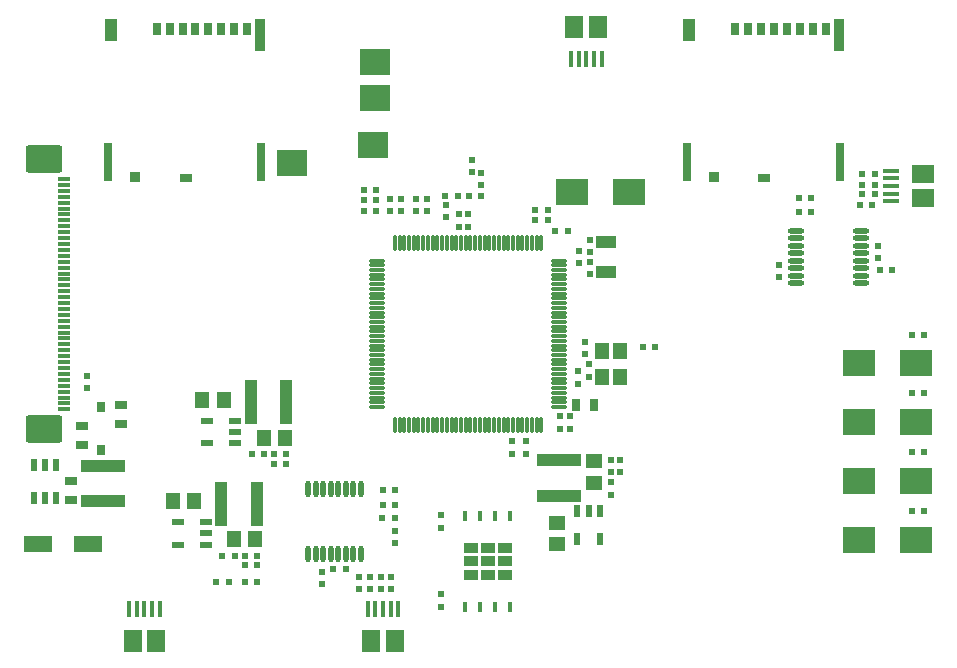
<source format=gtp>
G04 Layer_Color=8421504*
%FSLAX44Y44*%
%MOMM*%
G71*
G01*
G75*
%ADD11R,1.1000X3.7000*%
%ADD13R,1.4500X1.2000*%
%ADD14R,0.6000X1.1000*%
%ADD15R,0.5500X0.6000*%
%ADD16R,0.7000X1.1000*%
%ADD17R,0.8600X2.8000*%
%ADD18R,1.1400X1.8300*%
%ADD19R,1.0500X0.7800*%
%ADD20R,0.9000X0.9300*%
%ADD21R,0.7000X3.3300*%
%ADD22R,0.6000X0.5500*%
G04:AMPARAMS|DCode=23|XSize=0.3mm|YSize=1.1mm|CornerRadius=0.075mm|HoleSize=0mm|Usage=FLASHONLY|Rotation=270.000|XOffset=0mm|YOffset=0mm|HoleType=Round|Shape=RoundedRectangle|*
%AMROUNDEDRECTD23*
21,1,0.3000,0.9500,0,0,270.0*
21,1,0.1500,1.1000,0,0,270.0*
1,1,0.1500,-0.4750,-0.0750*
1,1,0.1500,-0.4750,0.0750*
1,1,0.1500,0.4750,0.0750*
1,1,0.1500,0.4750,-0.0750*
%
%ADD23ROUNDEDRECTD23*%
G04:AMPARAMS|DCode=24|XSize=2.3mm|YSize=3.1mm|CornerRadius=0.23mm|HoleSize=0mm|Usage=FLASHONLY|Rotation=270.000|XOffset=0mm|YOffset=0mm|HoleType=Round|Shape=RoundedRectangle|*
%AMROUNDEDRECTD24*
21,1,2.3000,2.6400,0,0,270.0*
21,1,1.8400,3.1000,0,0,270.0*
1,1,0.4600,-1.3200,-0.9200*
1,1,0.4600,-1.3200,0.9200*
1,1,0.4600,1.3200,0.9200*
1,1,0.4600,1.3200,-0.9200*
%
%ADD24ROUNDEDRECTD24*%
%ADD25R,0.8000X0.9500*%
%ADD26R,3.7000X1.1000*%
%ADD27R,0.6000X1.0500*%
%ADD28R,1.0000X0.6500*%
%ADD29O,1.4500X0.4500*%
%ADD30O,0.4500X1.4500*%
%ADD31R,0.4000X0.9500*%
%ADD33R,1.8000X1.0000*%
%ADD34R,1.1500X1.4000*%
%ADD36O,0.3000X1.4500*%
%ADD37O,1.4500X0.3000*%
%ADD38R,0.6500X1.0000*%
%ADD39R,2.4500X1.4000*%
%ADD40R,0.4000X1.3500*%
%ADD41R,1.5000X1.9000*%
%ADD42R,2.5000X2.2000*%
%ADD43R,2.8000X2.2000*%
%ADD44R,1.3500X0.4000*%
%ADD45R,1.9000X1.5000*%
%ADD46R,1.1000X0.6000*%
%ADD47R,1.2000X1.4500*%
%ADD67R,1.2300X0.9300*%
D11*
X3046000Y2867000D02*
D03*
X3016000D02*
D03*
X3021000Y2781000D02*
D03*
X2991000D02*
D03*
D13*
X3275000Y2747000D02*
D03*
Y2765000D02*
D03*
X3307000Y2817000D02*
D03*
Y2799000D02*
D03*
D14*
X3311500Y2751000D02*
D03*
X3292500D02*
D03*
Y2775000D02*
D03*
X3302000D02*
D03*
X3311500D02*
D03*
D15*
X3321000Y2799250D02*
D03*
Y2788750D02*
D03*
X2877000Y2889250D02*
D03*
Y2878750D02*
D03*
X3547000Y2999250D02*
D03*
Y2988750D02*
D03*
X3463000Y2983250D02*
D03*
Y2972750D02*
D03*
X3076000Y2712750D02*
D03*
Y2723250D02*
D03*
X3138000Y2758250D02*
D03*
Y2747750D02*
D03*
X3117000Y2719250D02*
D03*
Y2708750D02*
D03*
X3126000Y2719250D02*
D03*
Y2708750D02*
D03*
X3135000Y2719250D02*
D03*
Y2708750D02*
D03*
X3108000Y2719250D02*
D03*
Y2708750D02*
D03*
X3177000Y2760750D02*
D03*
Y2771250D02*
D03*
Y2704500D02*
D03*
Y2694000D02*
D03*
X3249000Y2823500D02*
D03*
Y2834000D02*
D03*
X3294000Y2984750D02*
D03*
Y2995250D02*
D03*
X3293000Y2882750D02*
D03*
Y2893250D02*
D03*
X3303000Y2986000D02*
D03*
Y2975500D02*
D03*
Y2994000D02*
D03*
Y3004500D02*
D03*
X3302000Y2888500D02*
D03*
Y2899000D02*
D03*
X3299000Y2918250D02*
D03*
Y2907750D02*
D03*
X3286000Y2844750D02*
D03*
Y2855250D02*
D03*
X3278000Y2844750D02*
D03*
Y2855250D02*
D03*
X3237000Y2823500D02*
D03*
Y2834000D02*
D03*
X3203000Y3061750D02*
D03*
Y3072250D02*
D03*
X3200000Y3026250D02*
D03*
Y3015750D02*
D03*
X3192000Y3026250D02*
D03*
Y3015750D02*
D03*
X3165000Y3028750D02*
D03*
Y3039250D02*
D03*
X3211000Y3061250D02*
D03*
Y3050750D02*
D03*
X3143000Y3028750D02*
D03*
Y3039250D02*
D03*
X3134000Y3028750D02*
D03*
Y3039250D02*
D03*
X3181000Y3023500D02*
D03*
Y3034000D02*
D03*
X3156000Y3028750D02*
D03*
Y3039250D02*
D03*
X3329000Y2807750D02*
D03*
Y2818250D02*
D03*
X3321000D02*
D03*
Y2807750D02*
D03*
D16*
X3013200Y3182700D02*
D03*
X3002200D02*
D03*
X2991200D02*
D03*
X2980200D02*
D03*
X2969200D02*
D03*
X2958200D02*
D03*
X2947200D02*
D03*
X2936200D02*
D03*
X3503200D02*
D03*
X3492200D02*
D03*
X3481200D02*
D03*
X3470200D02*
D03*
X3459200D02*
D03*
X3448200D02*
D03*
X3437200D02*
D03*
X3426200D02*
D03*
D17*
X3024000Y3177700D02*
D03*
X3514000D02*
D03*
D18*
X2897400Y3182550D02*
D03*
X3387400D02*
D03*
D19*
X2960950Y3057300D02*
D03*
X3450950D02*
D03*
D20*
X2918300Y3058050D02*
D03*
X3408300D02*
D03*
D21*
X2895200Y3070050D02*
D03*
X3024800D02*
D03*
X3385200D02*
D03*
X3514800D02*
D03*
D22*
X3191250Y3042000D02*
D03*
X3200750D02*
D03*
X3559250Y2979000D02*
D03*
X3548750D02*
D03*
X3479750Y3028000D02*
D03*
X3490250D02*
D03*
X3479750Y3040000D02*
D03*
X3490250D02*
D03*
X3544250Y3043000D02*
D03*
Y3051000D02*
D03*
X3533750Y3060000D02*
D03*
X3544250D02*
D03*
X3531750Y3034000D02*
D03*
X3542250D02*
D03*
X3096250Y2726000D02*
D03*
X3085750D02*
D03*
X3127500Y2769000D02*
D03*
X3138000D02*
D03*
X3127750Y2780000D02*
D03*
X3138250D02*
D03*
Y2793000D02*
D03*
X3127750D02*
D03*
X3267500Y3021000D02*
D03*
X3257000D02*
D03*
X3267500Y3030000D02*
D03*
X3257000D02*
D03*
X3273750Y3012000D02*
D03*
X3284250D02*
D03*
X3122250Y3038000D02*
D03*
X3111750D02*
D03*
X3586250Y2924000D02*
D03*
X3575750D02*
D03*
X3586250Y2875000D02*
D03*
X3575750D02*
D03*
X3586250Y2825000D02*
D03*
X3575750D02*
D03*
X3586250Y2775000D02*
D03*
X3575750D02*
D03*
X3211250Y3042000D02*
D03*
X3122250Y3047000D02*
D03*
X3111750D02*
D03*
X3122250Y3029000D02*
D03*
X3111750D02*
D03*
X3180750Y3042000D02*
D03*
X3533750Y3051000D02*
D03*
Y3043000D02*
D03*
X3347750Y2914000D02*
D03*
X3358250D02*
D03*
X3021250Y2715000D02*
D03*
X3010750D02*
D03*
X2997250D02*
D03*
X2986750D02*
D03*
X3010750Y2729000D02*
D03*
X3021250D02*
D03*
Y2737000D02*
D03*
X3010750D02*
D03*
X3002250D02*
D03*
X2991750D02*
D03*
X3035750Y2815000D02*
D03*
X3046250D02*
D03*
Y2823000D02*
D03*
X3035750D02*
D03*
X3027250D02*
D03*
X3016750D02*
D03*
D23*
X2858000Y3056000D02*
D03*
Y3051000D02*
D03*
Y3046000D02*
D03*
Y3041000D02*
D03*
Y3036000D02*
D03*
Y3031000D02*
D03*
Y3026000D02*
D03*
Y3021000D02*
D03*
Y3016000D02*
D03*
Y3011000D02*
D03*
Y3006000D02*
D03*
Y3001000D02*
D03*
Y2996000D02*
D03*
Y2991000D02*
D03*
Y2986000D02*
D03*
Y2981000D02*
D03*
Y2976000D02*
D03*
Y2971000D02*
D03*
Y2966000D02*
D03*
Y2961000D02*
D03*
Y2956000D02*
D03*
Y2951000D02*
D03*
Y2946000D02*
D03*
Y2941000D02*
D03*
Y2936000D02*
D03*
Y2931000D02*
D03*
Y2926000D02*
D03*
Y2921000D02*
D03*
Y2916000D02*
D03*
Y2911000D02*
D03*
Y2906000D02*
D03*
Y2901000D02*
D03*
Y2896000D02*
D03*
Y2891000D02*
D03*
Y2886000D02*
D03*
Y2881000D02*
D03*
Y2876000D02*
D03*
Y2871000D02*
D03*
Y2866000D02*
D03*
Y2861000D02*
D03*
D24*
X2841000Y2844300D02*
D03*
Y3072700D02*
D03*
D25*
X2889000Y2827000D02*
D03*
Y2863000D02*
D03*
D26*
X2891000Y2813000D02*
D03*
Y2783000D02*
D03*
X3277000Y2818000D02*
D03*
Y2788000D02*
D03*
D27*
X2851500Y2813750D02*
D03*
X2842000D02*
D03*
X2832500D02*
D03*
Y2786250D02*
D03*
X2842000D02*
D03*
X2851500D02*
D03*
D28*
X2864000Y2784000D02*
D03*
Y2800000D02*
D03*
X2873000Y2831000D02*
D03*
Y2847000D02*
D03*
X2906000Y2865000D02*
D03*
Y2849000D02*
D03*
D29*
X3532250Y2967775D02*
D03*
Y2974125D02*
D03*
Y2980475D02*
D03*
Y2986825D02*
D03*
Y2993175D02*
D03*
Y2999525D02*
D03*
Y3005875D02*
D03*
Y3012225D02*
D03*
X3477750Y2967775D02*
D03*
Y2974125D02*
D03*
Y2980475D02*
D03*
Y2986825D02*
D03*
Y2993175D02*
D03*
Y2999525D02*
D03*
Y3005875D02*
D03*
Y3012225D02*
D03*
D30*
X3064775Y2738750D02*
D03*
X3071125D02*
D03*
X3077475D02*
D03*
X3083825D02*
D03*
X3090175D02*
D03*
X3096525D02*
D03*
X3102875D02*
D03*
X3109225D02*
D03*
X3064775Y2793250D02*
D03*
X3071125D02*
D03*
X3077475D02*
D03*
X3083825D02*
D03*
X3090175D02*
D03*
X3096525D02*
D03*
X3102875D02*
D03*
X3109225D02*
D03*
D31*
X3197600Y2694000D02*
D03*
X3210300D02*
D03*
X3223000D02*
D03*
X3235700D02*
D03*
X3197600Y2770900D02*
D03*
X3210300D02*
D03*
X3223000D02*
D03*
X3235700D02*
D03*
D33*
X3317000Y3002750D02*
D03*
Y2977250D02*
D03*
D34*
X3313000Y2910000D02*
D03*
Y2888000D02*
D03*
X3329000D02*
D03*
Y2910000D02*
D03*
D36*
X3138000Y3002250D02*
D03*
X3142000D02*
D03*
X3146000D02*
D03*
X3150000D02*
D03*
X3154000D02*
D03*
X3158000D02*
D03*
X3162000D02*
D03*
X3166000D02*
D03*
X3170000D02*
D03*
X3174000D02*
D03*
X3178000D02*
D03*
X3182000D02*
D03*
X3186000D02*
D03*
X3190000D02*
D03*
X3194000D02*
D03*
X3198000D02*
D03*
X3202000D02*
D03*
X3206000D02*
D03*
X3210000D02*
D03*
X3214000D02*
D03*
X3218000D02*
D03*
X3222000D02*
D03*
X3226000D02*
D03*
X3230000D02*
D03*
X3234000D02*
D03*
X3238000D02*
D03*
X3242000D02*
D03*
X3246000D02*
D03*
X3250000D02*
D03*
X3254000D02*
D03*
X3258000D02*
D03*
X3262000D02*
D03*
Y2847750D02*
D03*
X3258000D02*
D03*
X3254000D02*
D03*
X3250000D02*
D03*
X3246000D02*
D03*
X3242000D02*
D03*
X3238000D02*
D03*
X3234000D02*
D03*
X3230000D02*
D03*
X3226000D02*
D03*
X3222000D02*
D03*
X3218000D02*
D03*
X3214000D02*
D03*
X3210000D02*
D03*
X3206000D02*
D03*
X3202000D02*
D03*
X3198000D02*
D03*
X3194000D02*
D03*
X3190000D02*
D03*
X3186000D02*
D03*
X3182000D02*
D03*
X3178000D02*
D03*
X3174000D02*
D03*
X3170000D02*
D03*
X3166000D02*
D03*
X3162000D02*
D03*
X3158000D02*
D03*
X3154000D02*
D03*
X3150000D02*
D03*
X3146000D02*
D03*
X3142000D02*
D03*
X3138000D02*
D03*
D37*
X3277250Y2987000D02*
D03*
Y2983000D02*
D03*
Y2979000D02*
D03*
Y2975000D02*
D03*
Y2963000D02*
D03*
Y2959000D02*
D03*
Y2955000D02*
D03*
Y2951000D02*
D03*
Y2947000D02*
D03*
Y2943000D02*
D03*
Y2939000D02*
D03*
Y2935000D02*
D03*
Y2931000D02*
D03*
Y2927000D02*
D03*
Y2923000D02*
D03*
Y2919000D02*
D03*
Y2915000D02*
D03*
Y2911000D02*
D03*
Y2907000D02*
D03*
Y2903000D02*
D03*
Y2899000D02*
D03*
Y2895000D02*
D03*
Y2891000D02*
D03*
Y2887000D02*
D03*
Y2883000D02*
D03*
Y2879000D02*
D03*
Y2875000D02*
D03*
Y2871000D02*
D03*
Y2867000D02*
D03*
Y2863000D02*
D03*
X3122750D02*
D03*
Y2867000D02*
D03*
Y2871000D02*
D03*
Y2875000D02*
D03*
Y2879000D02*
D03*
Y2883000D02*
D03*
Y2887000D02*
D03*
Y2891000D02*
D03*
Y2895000D02*
D03*
Y2899000D02*
D03*
Y2903000D02*
D03*
Y2907000D02*
D03*
Y2911000D02*
D03*
Y2915000D02*
D03*
Y2919000D02*
D03*
Y2923000D02*
D03*
Y2927000D02*
D03*
Y2931000D02*
D03*
Y2935000D02*
D03*
Y2939000D02*
D03*
Y2943000D02*
D03*
Y2947000D02*
D03*
Y2951000D02*
D03*
Y2955000D02*
D03*
Y2959000D02*
D03*
Y2963000D02*
D03*
Y2967000D02*
D03*
Y2971000D02*
D03*
Y2975000D02*
D03*
Y2979000D02*
D03*
Y2983000D02*
D03*
Y2987000D02*
D03*
X3277250Y2971000D02*
D03*
Y2967000D02*
D03*
D38*
X3291000Y2865000D02*
D03*
X3307000D02*
D03*
D39*
X2878000Y2747000D02*
D03*
X2836000D02*
D03*
D40*
X2913000Y2692000D02*
D03*
X2919500D02*
D03*
X2926000D02*
D03*
X2932500D02*
D03*
X2939000D02*
D03*
X3313000Y3158000D02*
D03*
X3306500D02*
D03*
X3300000D02*
D03*
X3293500D02*
D03*
X3287000D02*
D03*
X3115000Y2692000D02*
D03*
X3121500D02*
D03*
X3128000D02*
D03*
X3134500D02*
D03*
X3141000D02*
D03*
D41*
X2936000Y2665000D02*
D03*
X2916000D02*
D03*
X3290000Y3185000D02*
D03*
X3310000D02*
D03*
X3138000Y2665000D02*
D03*
X3118000D02*
D03*
D42*
X3050500Y3070000D02*
D03*
X3121500Y3155000D02*
D03*
Y3125000D02*
D03*
X3119500Y3085000D02*
D03*
D43*
X3579000Y2900000D02*
D03*
X3531000D02*
D03*
X3579000Y2850000D02*
D03*
X3531000D02*
D03*
X3579000Y2800000D02*
D03*
X3531000D02*
D03*
X3579000Y2750000D02*
D03*
X3531000D02*
D03*
X3288000Y3045000D02*
D03*
X3336000D02*
D03*
D44*
X3558000Y3037000D02*
D03*
Y3043500D02*
D03*
Y3050000D02*
D03*
Y3056500D02*
D03*
Y3063000D02*
D03*
D45*
X3585000Y3060000D02*
D03*
Y3040000D02*
D03*
D46*
X2954000Y2746500D02*
D03*
Y2765500D02*
D03*
X2978000D02*
D03*
Y2756000D02*
D03*
Y2746500D02*
D03*
X2979000Y2832500D02*
D03*
Y2851500D02*
D03*
X3003000D02*
D03*
Y2842000D02*
D03*
Y2832500D02*
D03*
D47*
X2950000Y2783000D02*
D03*
X2968000D02*
D03*
X3045000Y2837000D02*
D03*
X3027000D02*
D03*
X3020000Y2751000D02*
D03*
X3002000D02*
D03*
X2975000Y2869000D02*
D03*
X2993000D02*
D03*
D67*
X3202350Y2721151D02*
D03*
X3216650D02*
D03*
X3230950D02*
D03*
X3202350Y2732450D02*
D03*
X3216650D02*
D03*
X3230950D02*
D03*
X3202350Y2743750D02*
D03*
X3216650D02*
D03*
X3230950D02*
D03*
M02*

</source>
